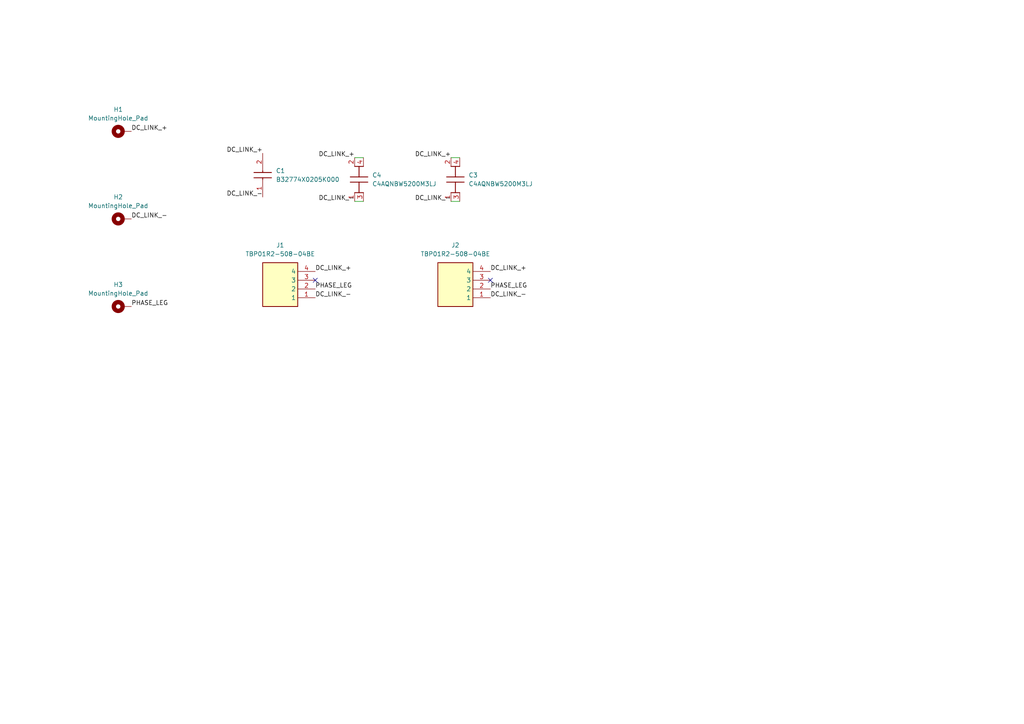
<source format=kicad_sch>
(kicad_sch (version 20250114) (generator "eeschema") (generator_version "9.0")
  (paper "A4")
  (lib_symbols
    (symbol "InverterCom:B32774X0205K000" (pin_names (hide yes))
      (property "Reference" "C" (at 8.89 6.35 0))
      (property "Value" "B32774X0205K000" (at 8.89 3.81 0))
      (symbol "B32774X0205K000_1_1"
        (polyline (pts (xy 5.08 0) (xy 5.588 0)) (stroke (width 0.254)))
        (polyline (pts (xy 5.588 2.54) (xy 5.588 -2.54)) (stroke (width 0.254)))
        (polyline (pts (xy 7.112 2.54) (xy 7.112 -2.54)) (stroke (width 0.254)))
        (polyline (pts (xy 7.112 0) (xy 7.62 0)) (stroke (width 0.254)))
        (pin passive line (at 0 0 0) (length 5.08) (name "1") (number "1"))
        (pin passive line (at 12.7 0 180) (length 5.08) (name "2") (number "2"))
      )
    )
    (symbol "InverterCom:C4AQNBW5200M3LJ" (pin_names (hide yes))
      (property "Reference" "C" (at 8.89 7.62 0))
      (property "Value" "C4AQNBW5200M3LJ" (at 8.89 5.08 0))
      (symbol "C4AQNBW5200M3LJ_1_1"
        (polyline (pts (xy 2.54 1.27) (xy 2.54 -1.27)) (stroke (width 0.254)))
        (polyline (pts (xy 2.54 0) (xy 5.588 0)) (stroke (width 0.254)))
        (polyline (pts (xy 5.588 2.54) (xy 5.588 -2.54)) (stroke (width 0.254)))
        (polyline (pts (xy 7.112 2.54) (xy 7.112 -2.54)) (stroke (width 0.254)))
        (polyline (pts (xy 10.16 1.27) (xy 10.16 -1.27)) (stroke (width 0.254)))
        (polyline (pts (xy 10.16 0) (xy 7.112 0)) (stroke (width 0.254)))
        (pin passive line (at 0 1.27 0) (length 2.54) (name "1") (number "1"))
        (pin passive line (at 0 -1.27 0) (length 2.54) (name "3") (number "3"))
        (pin passive line (at 12.7 1.27 180) (length 2.54) (name "2") (number "2"))
        (pin passive line (at 12.7 -1.27 180) (length 2.54) (name "4") (number "4"))
      )
    )
    (symbol "InverterCom:TBP01R2-508-04BE"
      (property "Reference" "J" (at 16.51 7.62 0))
      (property "Value" "TBP01R2-508-04BE" (at 16.51 5.08 0))
      (symbol "TBP01R2-508-04BE_1_1"
        (rectangle (start 5.08 2.54) (end 15.24 -10.16) (stroke (width 0.254)) (fill (type background)))
        (pin passive line (at 0 0 0) (length 5.08) (name "1") (number "1"))
        (pin passive line (at 0 -2.54 0) (length 5.08) (name "2") (number "2"))
        (pin passive line (at 0 -5.08 0) (length 5.08) (name "3") (number "3"))
        (pin passive line (at 0 -7.62 0) (length 5.08) (name "4") (number "4"))
      )
    )
    (symbol "Mechanical:MountingHole_Pad" (pin_numbers (hide yes)) (pin_names (offset 1.016) (hide yes)) (in_bom no)
      (property "Reference" "H" (at 0 6.35 0))
      (property "Value" "MountingHole_Pad" (at 0 4.445 0))
      (symbol "MountingHole_Pad_0_1"
        (circle (center 0 1.27) (radius 1.27) (stroke (width 1.27)))
      )
      (symbol "MountingHole_Pad_1_1"
        (pin input line (at 0 -2.54 90) (length 2.54) (name "1") (number "1"))
      )
    )
  )
  (no_connect (at 91.44 81.28))
  (no_connect (at 142.24 81.28))
  (wire (pts (xy 102.87 45.72) (xy 105.41 45.72)))
  (wire (pts (xy 102.87 58.42) (xy 105.41 58.42)))
  (wire (pts (xy 130.81 58.42) (xy 133.35 58.42)))
  (wire (pts (xy 130.81 45.72) (xy 133.35 45.72)))
  (label "DC_LINK_-" (at 142.24 86.36 0))
  (label "DC_LINK_-" (at 91.44 86.36 0))
  (label "PHASE_LEG" (at 91.44 83.82 0))
  (label "DC_LINK_-" (at 76.2 57.15 180))
  (label "DC_LINK_+" (at 91.44 78.74 0))
  (label "PHASE_LEG" (at 38.1 88.9 0))
  (label "DC_LINK_+" (at 76.2 44.45 180))
  (label "DC_LINK_+" (at 130.81 45.72 180))
  (label "DC_LINK_+" (at 142.24 78.74 0))
  (label "DC_LINK_-" (at 102.87 58.42 180))
  (label "DC_LINK_+" (at 102.87 45.72 180))
  (label "DC_LINK_-" (at 38.1 63.5 0))
  (label "DC_LINK_+" (at 38.1 38.1 0))
  (label "PHASE_LEG" (at 142.24 83.82 0))
  (label "DC_LINK_-" (at 130.81 58.42 180))
  (symbol (lib_id "Mechanical:MountingHole_Pad") (at 35.56 38.1 90) (unit 1) (in_bom no)
    (property "Reference" "H1" (at 34.29 31.75 90))
    (property "Value" "MountingHole_Pad" (at 34.29 34.29 90))
    (property "Footprint" "MountingHole:MountingHole_6.4mm_M6_ISO14580_Pad" (effects (hide yes)))
    (property "Description" "Mounting Hole with connection" (effects (hide yes)))
  )
  (symbol (lib_id "InverterCom:C4AQNBW5200M3LJ") (at 104.14 58.42 90) (unit 1)
    (property "Reference" "C4" (at 107.95 50.7999 90) (effects (justify right)))
    (property "Value" "C4AQNBW5200M3LJ" (at 107.95 53.3399 90) (effects (justify right)))
    (property "Footprint" "C4AQNBW5200M3LJ" (effects (hide yes)))
    (property "Datasheet" "https://search.kemet.com/component-documentation/download/specsheet/C4AQNBW5200M3LJ" (effects (hide yes)))
    (property "Description" "C4AQ-M, Film, Metallized Polypropylene, Automotive DC Link, 20 uF, 5%, 1000 VDC, 85C, Lead Spacing = 37.5mm" (effects (hide yes)))
    (property "Height" "45.2" (effects (hide yes)))
    (property "Mouser Part Number" "80-C4AQNBW5200M3LJ" (effects (hide yes)))
    (property "Mouser Price/Stock" "https://www.mouser.co.uk/ProductDetail/KEMET/C4AQNBW5200M3LJ?qs=81r%252BiQLm7BTexTL%252BFIaRbw%3D%3D" (effects (hide yes)))
    (property "Manufacturer_Name" "KEMET" (effects (hide yes)))
    (property "Manufacturer_Part_Number" "C4AQNBW5200M3LJ" (effects (hide yes)))
  )
  (symbol (lib_id "InverterCom:C4AQNBW5200M3LJ") (at 132.08 58.42 90) (unit 1)
    (property "Reference" "C3" (at 135.89 50.7999 90) (effects (justify right)))
    (property "Value" "C4AQNBW5200M3LJ" (at 135.89 53.3399 90) (effects (justify right)))
    (property "Footprint" "C4AQNBW5200M3LJ" (effects (hide yes)))
    (property "Datasheet" "https://search.kemet.com/component-documentation/download/specsheet/C4AQNBW5200M3LJ" (effects (hide yes)))
    (property "Description" "C4AQ-M, Film, Metallized Polypropylene, Automotive DC Link, 20 uF, 5%, 1000 VDC, 85C, Lead Spacing = 37.5mm" (effects (hide yes)))
    (property "Height" "45.2" (effects (hide yes)))
    (property "Mouser Part Number" "80-C4AQNBW5200M3LJ" (effects (hide yes)))
    (property "Mouser Price/Stock" "https://www.mouser.co.uk/ProductDetail/KEMET/C4AQNBW5200M3LJ?qs=81r%252BiQLm7BTexTL%252BFIaRbw%3D%3D" (effects (hide yes)))
    (property "Manufacturer_Name" "KEMET" (effects (hide yes)))
    (property "Manufacturer_Part_Number" "C4AQNBW5200M3LJ" (effects (hide yes)))
  )
  (symbol (lib_id "Mechanical:MountingHole_Pad") (at 35.56 88.9 90) (unit 1) (in_bom no)
    (property "Reference" "H3" (at 34.29 82.55 90))
    (property "Value" "MountingHole_Pad" (at 34.29 85.09 90))
    (property "Footprint" "MountingHole:MountingHole_6.4mm_M6_ISO14580_Pad" (effects (hide yes)))
    (property "Description" "Mounting Hole with connection" (effects (hide yes)))
  )
  (symbol (lib_id "InverterCom:B32774X0205K000") (at 76.2 57.15 90) (unit 1)
    (property "Reference" "C1" (at 80.01 49.5299 90) (effects (justify right)))
    (property "Value" "B32774X0205K000" (at 80.01 52.0699 90) (effects (justify right)))
    (property "Footprint" "InverterCom:B32774X__31.5_x_12.5_" (effects (hide yes)))
    (property "Datasheet" "https://product.tdk.com/system/files/dam/doc/product/capacitor/film/mkp_mfp/data_sheet/20/20/ds/mkp_b32774xyz_778xyz.pdf" (effects (hide yes)))
    (property "Description" "Metallized Polypropylene Capacitors (MKP/MFP), 2uF, 1000V DC, 12.5mm(W) x 21.5mm(H) x 31.5mm(L)" (effects (hide yes)))
    (property "Mouser Part Number" "871-B32774X0205K000" (effects (hide yes)))
    (property "Mouser Price/Stock" "https://www.mouser.co.uk/ProductDetail/EPCOS-TDK/B32774X0205K000?qs=RcG8xmE7yp3ZVC860hBcuA%3D%3D" (effects (hide yes)))
    (property "Manufacturer_Name" "TDK" (effects (hide yes)))
    (property "Manufacturer_Part_Number" "B32774X0205K000" (effects (hide yes)))
  )
  (symbol (lib_id "Mechanical:MountingHole_Pad") (at 35.56 63.5 90) (unit 1) (in_bom no)
    (property "Reference" "H2" (at 34.29 57.15 90))
    (property "Value" "MountingHole_Pad" (at 34.29 59.69 90))
    (property "Footprint" "MountingHole:MountingHole_6.4mm_M6_ISO14580_Pad" (effects (hide yes)))
    (property "Description" "Mounting Hole with connection" (effects (hide yes)))
  )
  (symbol (lib_id "InverterCom:TBP01R2-508-04BE") (at 91.44 86.36 180) (unit 1)
    (property "Reference" "J1" (at 81.28 71.12 0))
    (property "Value" "TBP01R2-508-04BE" (at 81.28 73.66 0))
    (property "Footprint" "SHDR4W100P0X508_1X4_2192X850X1200P" (effects (hide yes)))
    (property "Datasheet" "https://www.sameskydevices.com/product/resource/tbp01r2-508.pdf" (effects (hide yes)))
    (property "Description" "TBP01R2-508 Series - 2~24 Poles, Pluggable, Receptacle, Vertical, 5.08 Pitch, Terminal Block Connector" (effects (hide yes)))
    (property "Height" "12" (effects (hide yes)))
    (property "Mouser Part Number" "490-TBP01R2-508-04BE" (effects (hide yes)))
    (property "Mouser Price/Stock" "https://www.mouser.co.uk/ProductDetail/CUI-Devices/TBP01R2-508-04BE?qs=PzGy0jfpSMt81U9Qkgbf1g%3D%3D" (effects (hide yes)))
    (property "Manufacturer_Name" "Same Sky" (effects (hide yes)))
    (property "Manufacturer_Part_Number" "TBP01R2-508-04BE" (effects (hide yes)))
  )
  (symbol (lib_id "InverterCom:TBP01R2-508-04BE") (at 142.24 86.36 180) (unit 1)
    (property "Reference" "J2" (at 132.08 71.12 0))
    (property "Value" "TBP01R2-508-04BE" (at 132.08 73.66 0))
    (property "Footprint" "SHDR4W100P0X508_1X4_2192X850X1200P" (effects (hide yes)))
    (property "Datasheet" "https://www.sameskydevices.com/product/resource/tbp01r2-508.pdf" (effects (hide yes)))
    (property "Description" "TBP01R2-508 Series - 2~24 Poles, Pluggable, Receptacle, Vertical, 5.08 Pitch, Terminal Block Connector" (effects (hide yes)))
    (property "Height" "12" (effects (hide yes)))
    (property "Mouser Part Number" "490-TBP01R2-508-04BE" (effects (hide yes)))
    (property "Mouser Price/Stock" "https://www.mouser.co.uk/ProductDetail/CUI-Devices/TBP01R2-508-04BE?qs=PzGy0jfpSMt81U9Qkgbf1g%3D%3D" (effects (hide yes)))
    (property "Manufacturer_Name" "Same Sky" (effects (hide yes)))
    (property "Manufacturer_Part_Number" "TBP01R2-508-04BE" (effects (hide yes)))
  )
)
</source>
